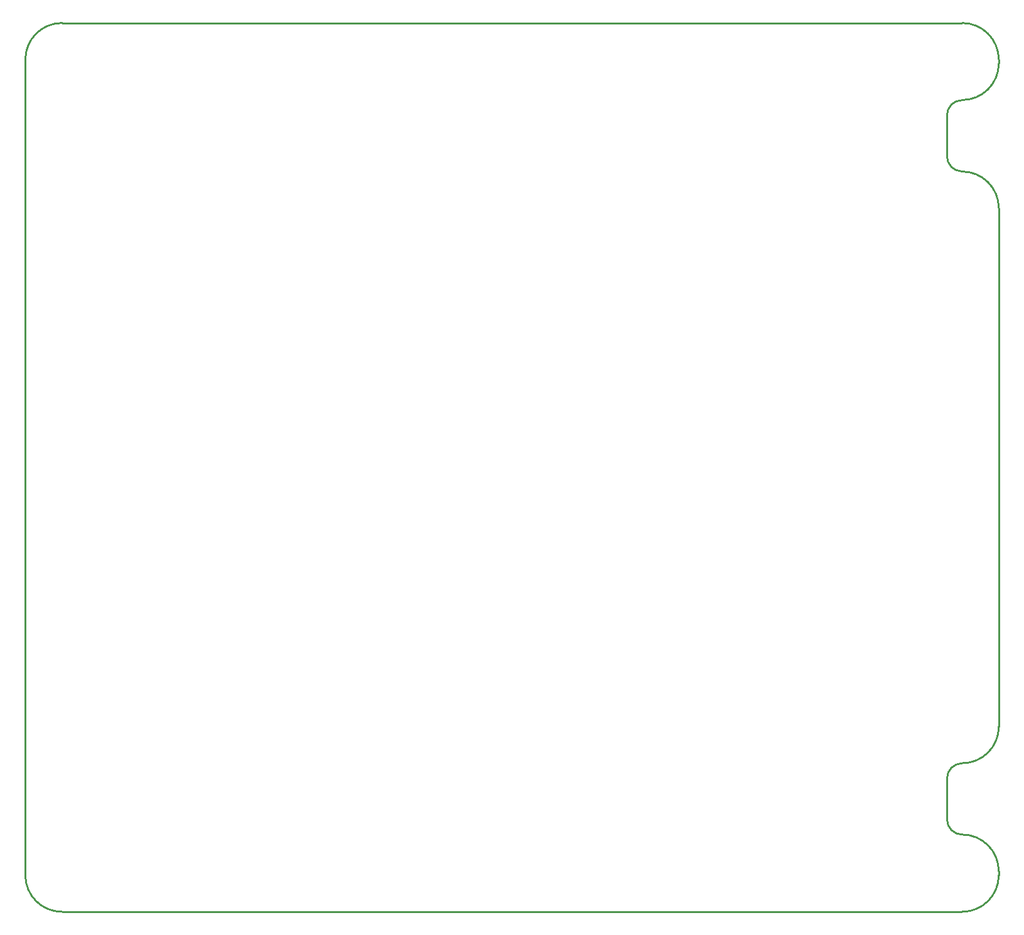
<source format=gko>
G04*
G04 #@! TF.GenerationSoftware,Altium Limited,Altium Designer,21.6.1 (37)*
G04*
G04 Layer_Color=16711935*
%FSLAX25Y25*%
%MOIN*%
G70*
G04*
G04 #@! TF.SameCoordinates,532E04BB-9670-4093-A683-9B17944729E4*
G04*
G04*
G04 #@! TF.FilePolarity,Positive*
G04*
G01*
G75*
%ADD19C,0.01000*%
D19*
X472642Y78911D02*
G03*
X464650Y70919I0J-7992D01*
G01*
X472692Y78961D02*
G03*
X492141Y98410I0J19449D01*
G01*
X464650Y401522D02*
G03*
X472642Y393530I7992J0D01*
G01*
X492141Y374031D02*
G03*
X472692Y393480I-19449J0D01*
G01*
X472692Y431492D02*
G03*
X492141Y450941I0J19449D01*
G01*
X472642Y431442D02*
G03*
X464650Y423450I0J-7992D01*
G01*
X464665Y49047D02*
G03*
X472657Y41055I7992J0D01*
G01*
X492106Y21606D02*
G03*
X472657Y41055I-19449J0D01*
G01*
X492126Y453000D02*
G03*
X472677Y472449I-19449J0D01*
G01*
X472685Y0D02*
G03*
X492134Y19449I0J19449D01*
G01*
X-25000Y19441D02*
G03*
X-5551Y-8I19449J0D01*
G01*
X-5559Y472441D02*
G03*
X-25008Y452992I0J-19449D01*
G01*
X-25000Y19441D02*
Y453000D01*
X-5551Y0D02*
X472685Y0D01*
X464650Y401522D02*
Y423450D01*
Y49062D02*
Y70919D01*
X492126Y98425D02*
Y374016D01*
X492126Y450956D02*
Y453000D01*
X492106Y19477D02*
Y21606D01*
X-5559Y472441D02*
X472677Y472441D01*
M02*

</source>
